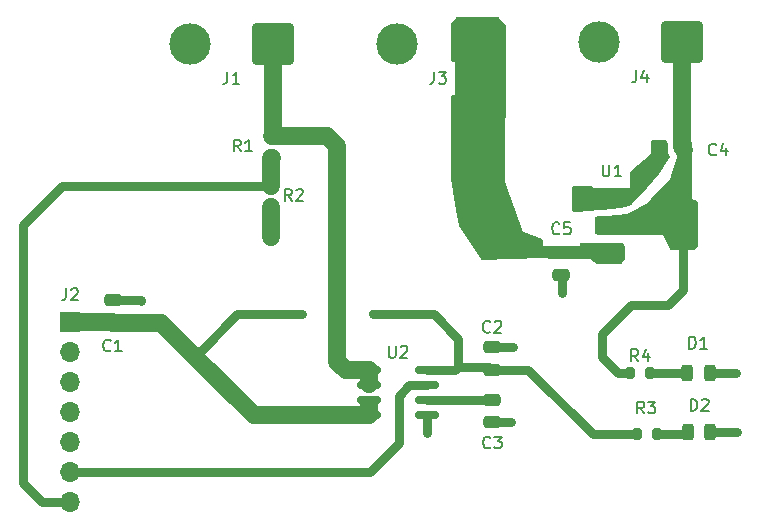
<source format=gbr>
%TF.GenerationSoftware,KiCad,Pcbnew,(6.0.7)*%
%TF.CreationDate,2023-02-23T14:58:51+03:00*%
%TF.ProjectId,Omarichet EPS Stack,4f6d6172-6963-4686-9574-204550532053,rev?*%
%TF.SameCoordinates,Original*%
%TF.FileFunction,Copper,L1,Top*%
%TF.FilePolarity,Positive*%
%FSLAX46Y46*%
G04 Gerber Fmt 4.6, Leading zero omitted, Abs format (unit mm)*
G04 Created by KiCad (PCBNEW (6.0.7)) date 2023-02-23 14:58:51*
%MOMM*%
%LPD*%
G01*
G04 APERTURE LIST*
G04 Aperture macros list*
%AMRoundRect*
0 Rectangle with rounded corners*
0 $1 Rounding radius*
0 $2 $3 $4 $5 $6 $7 $8 $9 X,Y pos of 4 corners*
0 Add a 4 corners polygon primitive as box body*
4,1,4,$2,$3,$4,$5,$6,$7,$8,$9,$2,$3,0*
0 Add four circle primitives for the rounded corners*
1,1,$1+$1,$2,$3*
1,1,$1+$1,$4,$5*
1,1,$1+$1,$6,$7*
1,1,$1+$1,$8,$9*
0 Add four rect primitives between the rounded corners*
20,1,$1+$1,$2,$3,$4,$5,0*
20,1,$1+$1,$4,$5,$6,$7,0*
20,1,$1+$1,$6,$7,$8,$9,0*
20,1,$1+$1,$8,$9,$2,$3,0*%
G04 Aperture macros list end*
%ADD10C,0.150000*%
%TA.AperFunction,NonConductor*%
%ADD11C,0.150000*%
%TD*%
%TA.AperFunction,ComponentPad*%
%ADD12RoundRect,0.250002X1.499998X1.499998X-1.499998X1.499998X-1.499998X-1.499998X1.499998X-1.499998X0*%
%TD*%
%TA.AperFunction,ComponentPad*%
%ADD13C,3.500000*%
%TD*%
%TA.AperFunction,ComponentPad*%
%ADD14R,1.700000X1.700000*%
%TD*%
%TA.AperFunction,ComponentPad*%
%ADD15O,1.700000X1.700000*%
%TD*%
%TA.AperFunction,SMDPad,CuDef*%
%ADD16RoundRect,0.250000X-0.475000X0.250000X-0.475000X-0.250000X0.475000X-0.250000X0.475000X0.250000X0*%
%TD*%
%TA.AperFunction,SMDPad,CuDef*%
%ADD17R,2.000000X1.500000*%
%TD*%
%TA.AperFunction,SMDPad,CuDef*%
%ADD18R,2.000000X3.800000*%
%TD*%
%TA.AperFunction,SMDPad,CuDef*%
%ADD19RoundRect,0.243750X0.243750X0.456250X-0.243750X0.456250X-0.243750X-0.456250X0.243750X-0.456250X0*%
%TD*%
%TA.AperFunction,SMDPad,CuDef*%
%ADD20RoundRect,0.150000X-0.825000X-0.150000X0.825000X-0.150000X0.825000X0.150000X-0.825000X0.150000X0*%
%TD*%
%TA.AperFunction,SMDPad,CuDef*%
%ADD21RoundRect,0.250000X0.250000X0.475000X-0.250000X0.475000X-0.250000X-0.475000X0.250000X-0.475000X0*%
%TD*%
%TA.AperFunction,SMDPad,CuDef*%
%ADD22RoundRect,0.200000X-0.275000X0.200000X-0.275000X-0.200000X0.275000X-0.200000X0.275000X0.200000X0*%
%TD*%
%TA.AperFunction,SMDPad,CuDef*%
%ADD23RoundRect,0.200000X-0.200000X-0.275000X0.200000X-0.275000X0.200000X0.275000X-0.200000X0.275000X0*%
%TD*%
%TA.AperFunction,ViaPad*%
%ADD24C,0.700000*%
%TD*%
%TA.AperFunction,Conductor*%
%ADD25C,1.500000*%
%TD*%
%TA.AperFunction,Conductor*%
%ADD26C,0.800000*%
%TD*%
G04 APERTURE END LIST*
D10*
%TO.C,J1*%
D11*
X116056666Y-73032380D02*
X116056666Y-73746666D01*
X116009047Y-73889523D01*
X115913809Y-73984761D01*
X115770952Y-74032380D01*
X115675714Y-74032380D01*
X117056666Y-74032380D02*
X116485238Y-74032380D01*
X116770952Y-74032380D02*
X116770952Y-73032380D01*
X116675714Y-73175238D01*
X116580476Y-73270476D01*
X116485238Y-73318095D01*
D10*
%TO.C,J2*%
D11*
X102386666Y-91367380D02*
X102386666Y-92081666D01*
X102339047Y-92224523D01*
X102243809Y-92319761D01*
X102100952Y-92367380D01*
X102005714Y-92367380D01*
X102815238Y-91462619D02*
X102862857Y-91415000D01*
X102958095Y-91367380D01*
X103196190Y-91367380D01*
X103291428Y-91415000D01*
X103339047Y-91462619D01*
X103386666Y-91557857D01*
X103386666Y-91653095D01*
X103339047Y-91795952D01*
X102767619Y-92367380D01*
X103386666Y-92367380D01*
D10*
%TO.C,C3*%
D11*
X138313333Y-104807142D02*
X138265714Y-104854761D01*
X138122857Y-104902380D01*
X138027619Y-104902380D01*
X137884761Y-104854761D01*
X137789523Y-104759523D01*
X137741904Y-104664285D01*
X137694285Y-104473809D01*
X137694285Y-104330952D01*
X137741904Y-104140476D01*
X137789523Y-104045238D01*
X137884761Y-103950000D01*
X138027619Y-103902380D01*
X138122857Y-103902380D01*
X138265714Y-103950000D01*
X138313333Y-103997619D01*
X138646666Y-103902380D02*
X139265714Y-103902380D01*
X138932380Y-104283333D01*
X139075238Y-104283333D01*
X139170476Y-104330952D01*
X139218095Y-104378571D01*
X139265714Y-104473809D01*
X139265714Y-104711904D01*
X139218095Y-104807142D01*
X139170476Y-104854761D01*
X139075238Y-104902380D01*
X138789523Y-104902380D01*
X138694285Y-104854761D01*
X138646666Y-104807142D01*
D10*
%TO.C,U1*%
D11*
X147828095Y-80872380D02*
X147828095Y-81681904D01*
X147875714Y-81777142D01*
X147923333Y-81824761D01*
X148018571Y-81872380D01*
X148209047Y-81872380D01*
X148304285Y-81824761D01*
X148351904Y-81777142D01*
X148399523Y-81681904D01*
X148399523Y-80872380D01*
X149399523Y-81872380D02*
X148828095Y-81872380D01*
X149113809Y-81872380D02*
X149113809Y-80872380D01*
X149018571Y-81015238D01*
X148923333Y-81110476D01*
X148828095Y-81158095D01*
D10*
%TO.C,D1*%
D11*
X155136904Y-96452380D02*
X155136904Y-95452380D01*
X155375000Y-95452380D01*
X155517857Y-95500000D01*
X155613095Y-95595238D01*
X155660714Y-95690476D01*
X155708333Y-95880952D01*
X155708333Y-96023809D01*
X155660714Y-96214285D01*
X155613095Y-96309523D01*
X155517857Y-96404761D01*
X155375000Y-96452380D01*
X155136904Y-96452380D01*
X156660714Y-96452380D02*
X156089285Y-96452380D01*
X156375000Y-96452380D02*
X156375000Y-95452380D01*
X156279761Y-95595238D01*
X156184523Y-95690476D01*
X156089285Y-95738095D01*
D10*
%TO.C,C5*%
D11*
X144163333Y-86687142D02*
X144115714Y-86734761D01*
X143972857Y-86782380D01*
X143877619Y-86782380D01*
X143734761Y-86734761D01*
X143639523Y-86639523D01*
X143591904Y-86544285D01*
X143544285Y-86353809D01*
X143544285Y-86210952D01*
X143591904Y-86020476D01*
X143639523Y-85925238D01*
X143734761Y-85830000D01*
X143877619Y-85782380D01*
X143972857Y-85782380D01*
X144115714Y-85830000D01*
X144163333Y-85877619D01*
X145068095Y-85782380D02*
X144591904Y-85782380D01*
X144544285Y-86258571D01*
X144591904Y-86210952D01*
X144687142Y-86163333D01*
X144925238Y-86163333D01*
X145020476Y-86210952D01*
X145068095Y-86258571D01*
X145115714Y-86353809D01*
X145115714Y-86591904D01*
X145068095Y-86687142D01*
X145020476Y-86734761D01*
X144925238Y-86782380D01*
X144687142Y-86782380D01*
X144591904Y-86734761D01*
X144544285Y-86687142D01*
D10*
%TO.C,C1*%
D11*
X106163333Y-96607142D02*
X106115714Y-96654761D01*
X105972857Y-96702380D01*
X105877619Y-96702380D01*
X105734761Y-96654761D01*
X105639523Y-96559523D01*
X105591904Y-96464285D01*
X105544285Y-96273809D01*
X105544285Y-96130952D01*
X105591904Y-95940476D01*
X105639523Y-95845238D01*
X105734761Y-95750000D01*
X105877619Y-95702380D01*
X105972857Y-95702380D01*
X106115714Y-95750000D01*
X106163333Y-95797619D01*
X107115714Y-96702380D02*
X106544285Y-96702380D01*
X106830000Y-96702380D02*
X106830000Y-95702380D01*
X106734761Y-95845238D01*
X106639523Y-95940476D01*
X106544285Y-95988095D01*
D10*
%TO.C,U2*%
D11*
X129718095Y-96232380D02*
X129718095Y-97041904D01*
X129765714Y-97137142D01*
X129813333Y-97184761D01*
X129908571Y-97232380D01*
X130099047Y-97232380D01*
X130194285Y-97184761D01*
X130241904Y-97137142D01*
X130289523Y-97041904D01*
X130289523Y-96232380D01*
X130718095Y-96327619D02*
X130765714Y-96280000D01*
X130860952Y-96232380D01*
X131099047Y-96232380D01*
X131194285Y-96280000D01*
X131241904Y-96327619D01*
X131289523Y-96422857D01*
X131289523Y-96518095D01*
X131241904Y-96660952D01*
X130670476Y-97232380D01*
X131289523Y-97232380D01*
D10*
%TO.C,C4*%
D11*
X157433333Y-80007142D02*
X157385714Y-80054761D01*
X157242857Y-80102380D01*
X157147619Y-80102380D01*
X157004761Y-80054761D01*
X156909523Y-79959523D01*
X156861904Y-79864285D01*
X156814285Y-79673809D01*
X156814285Y-79530952D01*
X156861904Y-79340476D01*
X156909523Y-79245238D01*
X157004761Y-79150000D01*
X157147619Y-79102380D01*
X157242857Y-79102380D01*
X157385714Y-79150000D01*
X157433333Y-79197619D01*
X158290476Y-79435714D02*
X158290476Y-80102380D01*
X158052380Y-79054761D02*
X157814285Y-79769047D01*
X158433333Y-79769047D01*
D10*
%TO.C,D2*%
D11*
X155261904Y-101732380D02*
X155261904Y-100732380D01*
X155500000Y-100732380D01*
X155642857Y-100780000D01*
X155738095Y-100875238D01*
X155785714Y-100970476D01*
X155833333Y-101160952D01*
X155833333Y-101303809D01*
X155785714Y-101494285D01*
X155738095Y-101589523D01*
X155642857Y-101684761D01*
X155500000Y-101732380D01*
X155261904Y-101732380D01*
X156214285Y-100827619D02*
X156261904Y-100780000D01*
X156357142Y-100732380D01*
X156595238Y-100732380D01*
X156690476Y-100780000D01*
X156738095Y-100827619D01*
X156785714Y-100922857D01*
X156785714Y-101018095D01*
X156738095Y-101160952D01*
X156166666Y-101732380D01*
X156785714Y-101732380D01*
D10*
%TO.C,R1*%
D11*
X117181333Y-79767380D02*
X116848000Y-79291190D01*
X116609904Y-79767380D02*
X116609904Y-78767380D01*
X116990857Y-78767380D01*
X117086095Y-78815000D01*
X117133714Y-78862619D01*
X117181333Y-78957857D01*
X117181333Y-79100714D01*
X117133714Y-79195952D01*
X117086095Y-79243571D01*
X116990857Y-79291190D01*
X116609904Y-79291190D01*
X118133714Y-79767380D02*
X117562285Y-79767380D01*
X117848000Y-79767380D02*
X117848000Y-78767380D01*
X117752761Y-78910238D01*
X117657523Y-79005476D01*
X117562285Y-79053095D01*
D10*
%TO.C,R3*%
D11*
X151333333Y-101952380D02*
X151000000Y-101476190D01*
X150761904Y-101952380D02*
X150761904Y-100952380D01*
X151142857Y-100952380D01*
X151238095Y-101000000D01*
X151285714Y-101047619D01*
X151333333Y-101142857D01*
X151333333Y-101285714D01*
X151285714Y-101380952D01*
X151238095Y-101428571D01*
X151142857Y-101476190D01*
X150761904Y-101476190D01*
X151666666Y-100952380D02*
X152285714Y-100952380D01*
X151952380Y-101333333D01*
X152095238Y-101333333D01*
X152190476Y-101380952D01*
X152238095Y-101428571D01*
X152285714Y-101523809D01*
X152285714Y-101761904D01*
X152238095Y-101857142D01*
X152190476Y-101904761D01*
X152095238Y-101952380D01*
X151809523Y-101952380D01*
X151714285Y-101904761D01*
X151666666Y-101857142D01*
D10*
%TO.C,R4*%
D11*
X150833333Y-97522380D02*
X150500000Y-97046190D01*
X150261904Y-97522380D02*
X150261904Y-96522380D01*
X150642857Y-96522380D01*
X150738095Y-96570000D01*
X150785714Y-96617619D01*
X150833333Y-96712857D01*
X150833333Y-96855714D01*
X150785714Y-96950952D01*
X150738095Y-96998571D01*
X150642857Y-97046190D01*
X150261904Y-97046190D01*
X151690476Y-96855714D02*
X151690476Y-97522380D01*
X151452380Y-96474761D02*
X151214285Y-97189047D01*
X151833333Y-97189047D01*
D10*
%TO.C,J4*%
D11*
X150666666Y-72902380D02*
X150666666Y-73616666D01*
X150619047Y-73759523D01*
X150523809Y-73854761D01*
X150380952Y-73902380D01*
X150285714Y-73902380D01*
X151571428Y-73235714D02*
X151571428Y-73902380D01*
X151333333Y-72854761D02*
X151095238Y-73569047D01*
X151714285Y-73569047D01*
D10*
%TO.C,R2*%
D11*
X121493333Y-83947380D02*
X121160000Y-83471190D01*
X120921904Y-83947380D02*
X120921904Y-82947380D01*
X121302857Y-82947380D01*
X121398095Y-82995000D01*
X121445714Y-83042619D01*
X121493333Y-83137857D01*
X121493333Y-83280714D01*
X121445714Y-83375952D01*
X121398095Y-83423571D01*
X121302857Y-83471190D01*
X120921904Y-83471190D01*
X121874285Y-83042619D02*
X121921904Y-82995000D01*
X122017142Y-82947380D01*
X122255238Y-82947380D01*
X122350476Y-82995000D01*
X122398095Y-83042619D01*
X122445714Y-83137857D01*
X122445714Y-83233095D01*
X122398095Y-83375952D01*
X121826666Y-83947380D01*
X122445714Y-83947380D01*
D10*
%TO.C,C2*%
D11*
X138293333Y-95017142D02*
X138245714Y-95064761D01*
X138102857Y-95112380D01*
X138007619Y-95112380D01*
X137864761Y-95064761D01*
X137769523Y-94969523D01*
X137721904Y-94874285D01*
X137674285Y-94683809D01*
X137674285Y-94540952D01*
X137721904Y-94350476D01*
X137769523Y-94255238D01*
X137864761Y-94160000D01*
X138007619Y-94112380D01*
X138102857Y-94112380D01*
X138245714Y-94160000D01*
X138293333Y-94207619D01*
X138674285Y-94207619D02*
X138721904Y-94160000D01*
X138817142Y-94112380D01*
X139055238Y-94112380D01*
X139150476Y-94160000D01*
X139198095Y-94207619D01*
X139245714Y-94302857D01*
X139245714Y-94398095D01*
X139198095Y-94540952D01*
X138626666Y-95112380D01*
X139245714Y-95112380D01*
D10*
%TO.C,J3*%
D11*
X133546666Y-73032380D02*
X133546666Y-73746666D01*
X133499047Y-73889523D01*
X133403809Y-73984761D01*
X133260952Y-74032380D01*
X133165714Y-74032380D01*
X133927619Y-73032380D02*
X134546666Y-73032380D01*
X134213333Y-73413333D01*
X134356190Y-73413333D01*
X134451428Y-73460952D01*
X134499047Y-73508571D01*
X134546666Y-73603809D01*
X134546666Y-73841904D01*
X134499047Y-73937142D01*
X134451428Y-73984761D01*
X134356190Y-74032380D01*
X134070476Y-74032380D01*
X133975238Y-73984761D01*
X133927619Y-73937142D01*
%TD*%
D12*
%TO.P,J1,1,Pin_1*%
%TO.N,IP+*%
X119890000Y-70630000D03*
D13*
%TO.P,J1,2,Pin_2*%
%TO.N,GND*%
X112890000Y-70630000D03*
%TD*%
D14*
%TO.P,J2,1,Pin_1*%
%TO.N,IP-*%
X102720000Y-94245000D03*
D15*
%TO.P,J2,2,Pin_2*%
%TO.N,GND*%
X102720000Y-96785000D03*
%TO.P,J2,3,Pin_3*%
%TO.N,unconnected-(J2-Pad3)*%
X102720000Y-99325000D03*
%TO.P,J2,4,Pin_4*%
%TO.N,unconnected-(J2-Pad4)*%
X102720000Y-101865000D03*
%TO.P,J2,5,Pin_5*%
%TO.N,unconnected-(J2-Pad5)*%
X102720000Y-104405000D03*
%TO.P,J2,6,Pin_6*%
%TO.N,CH5*%
X102720000Y-106945000D03*
%TO.P,J2,7,Pin_7*%
%TO.N,CH4*%
X102720000Y-109485000D03*
%TD*%
D16*
%TO.P,C3,1*%
%TO.N,Net-(C3-Pad1)*%
X138480000Y-100790000D03*
%TO.P,C3,2*%
%TO.N,GND*%
X138480000Y-102690000D03*
%TD*%
D17*
%TO.P,U1,1,GND*%
%TO.N,GND*%
X148350000Y-83700000D03*
D18*
%TO.P,U1,2,VO*%
%TO.N,SOL_out*%
X154650000Y-86000000D03*
D17*
X148350000Y-86000000D03*
%TO.P,U1,3,VI*%
%TO.N,SOL_in*%
X148350000Y-88300000D03*
%TD*%
D19*
%TO.P,D1,1,K*%
%TO.N,GND*%
X156875000Y-98500000D03*
%TO.P,D1,2,A*%
%TO.N,Net-(D1-Pad2)*%
X155000000Y-98500000D03*
%TD*%
D16*
%TO.P,C5,1*%
%TO.N,SOL_in*%
X144330000Y-88330000D03*
%TO.P,C5,2*%
%TO.N,GND*%
X144330000Y-90230000D03*
%TD*%
%TO.P,C1,1*%
%TO.N,GND*%
X106330000Y-92360000D03*
%TO.P,C1,2*%
%TO.N,IP-*%
X106330000Y-94260000D03*
%TD*%
D20*
%TO.P,U2,1,IP+*%
%TO.N,IP+*%
X128005000Y-98275000D03*
%TO.P,U2,2,IP+*%
X128005000Y-99545000D03*
%TO.P,U2,3,IP-*%
%TO.N,IP-*%
X128005000Y-100815000D03*
%TO.P,U2,4,IP-*%
X128005000Y-102085000D03*
%TO.P,U2,5,GND*%
%TO.N,GND*%
X132955000Y-102085000D03*
%TO.P,U2,6,FILTER*%
%TO.N,Net-(C3-Pad1)*%
X132955000Y-100815000D03*
%TO.P,U2,7,VIOUT*%
%TO.N,CH5*%
X132955000Y-99545000D03*
%TO.P,U2,8,VCC*%
%TO.N,IP-*%
X132955000Y-98275000D03*
%TD*%
D21*
%TO.P,C4,1*%
%TO.N,SOL_out*%
X154740000Y-79610000D03*
%TO.P,C4,2*%
%TO.N,GND*%
X152840000Y-79610000D03*
%TD*%
D19*
%TO.P,D2,1,K*%
%TO.N,GND*%
X156937500Y-103500000D03*
%TO.P,D2,2,A*%
%TO.N,Net-(D2-Pad2)*%
X155062500Y-103500000D03*
%TD*%
D22*
%TO.P,R1,1*%
%TO.N,IP+*%
X119790000Y-78490000D03*
%TO.P,R1,2*%
%TO.N,CH4*%
X119790000Y-80140000D03*
%TD*%
D23*
%TO.P,R3,1*%
%TO.N,IP-*%
X150770000Y-103720000D03*
%TO.P,R3,2*%
%TO.N,Net-(D2-Pad2)*%
X152420000Y-103720000D03*
%TD*%
%TO.P,R4,1*%
%TO.N,SOL_out*%
X150175000Y-98500000D03*
%TO.P,R4,2*%
%TO.N,Net-(D1-Pad2)*%
X151825000Y-98500000D03*
%TD*%
D12*
%TO.P,J4,1,Pin_1*%
%TO.N,SOL_out*%
X154500000Y-70500000D03*
D13*
%TO.P,J4,2,Pin_2*%
%TO.N,GND*%
X147500000Y-70500000D03*
%TD*%
D22*
%TO.P,R2,1*%
%TO.N,CH4*%
X119770000Y-82675000D03*
%TO.P,R2,2*%
%TO.N,GND*%
X119770000Y-84325000D03*
%TD*%
D16*
%TO.P,C2,1*%
%TO.N,GND*%
X138480000Y-96350000D03*
%TO.P,C2,2*%
%TO.N,IP-*%
X138480000Y-98250000D03*
%TD*%
D12*
%TO.P,J3,1,Pin_1*%
%TO.N,SOL_in*%
X137380000Y-70630000D03*
D13*
%TO.P,J3,2,Pin_2*%
%TO.N,GND*%
X130380000Y-70630000D03*
%TD*%
D24*
%TO.N,GND*%
X159180000Y-103540000D03*
X144370000Y-91780000D03*
X140100000Y-102670000D03*
X145920000Y-84260000D03*
X140200000Y-96350000D03*
X132960000Y-103610000D03*
X159130000Y-98550000D03*
X119770000Y-86980000D03*
X145930000Y-83060000D03*
X108750000Y-92410000D03*
%TO.N,IP-*%
X122380000Y-93570000D03*
X128420000Y-93550000D03*
%TD*%
D25*
%TO.N,GND*%
X119770000Y-86980000D02*
X119770000Y-84475000D01*
D26*
X140200000Y-96350000D02*
X138480000Y-96350000D01*
X144370000Y-91780000D02*
X144370000Y-90270000D01*
X132955000Y-103605000D02*
X132960000Y-103610000D01*
X144370000Y-90270000D02*
X144330000Y-90230000D01*
X140080000Y-102690000D02*
X140100000Y-102670000D01*
X156937500Y-103500000D02*
X159140000Y-103500000D01*
X106330000Y-92360000D02*
X108700000Y-92360000D01*
X108700000Y-92360000D02*
X108750000Y-92410000D01*
X132955000Y-102085000D02*
X132955000Y-103605000D01*
X138480000Y-102690000D02*
X140080000Y-102690000D01*
X159080000Y-98500000D02*
X159130000Y-98550000D01*
X156875000Y-98500000D02*
X159080000Y-98500000D01*
X159140000Y-103500000D02*
X159180000Y-103540000D01*
D25*
%TO.N,IP-*%
X128005000Y-102085000D02*
X128005000Y-101265000D01*
D26*
X138230000Y-98000000D02*
X138480000Y-98250000D01*
X132955000Y-98275000D02*
X132990000Y-98310000D01*
X132990000Y-98310000D02*
X135300000Y-98310000D01*
D25*
X112800000Y-96620000D02*
X118265000Y-102085000D01*
D26*
X135300000Y-98310000D02*
X135610000Y-98000000D01*
X116880000Y-93570000D02*
X113830000Y-96620000D01*
X135610000Y-95650000D02*
X133510000Y-93550000D01*
X113830000Y-96620000D02*
X112800000Y-96620000D01*
X135610000Y-98000000D02*
X135610000Y-95650000D01*
D25*
X102720000Y-94245000D02*
X106315000Y-94245000D01*
D26*
X138480000Y-98250000D02*
X141520000Y-98250000D01*
D25*
X118265000Y-102085000D02*
X128005000Y-102085000D01*
X110440000Y-94260000D02*
X112800000Y-96620000D01*
D26*
X122380000Y-93570000D02*
X116880000Y-93570000D01*
D25*
X106330000Y-94260000D02*
X110440000Y-94260000D01*
X106315000Y-94245000D02*
X106330000Y-94260000D01*
D26*
X146990000Y-103720000D02*
X150770000Y-103720000D01*
X141520000Y-98250000D02*
X146990000Y-103720000D01*
X133510000Y-93550000D02*
X128420000Y-93550000D01*
X135610000Y-98000000D02*
X138230000Y-98000000D01*
%TO.N,SOL_out*%
X154650000Y-91510000D02*
X154650000Y-86000000D01*
X150220000Y-92780000D02*
X153380000Y-92780000D01*
X147800000Y-97210000D02*
X147800000Y-95200000D01*
X150175000Y-98500000D02*
X149090000Y-98500000D01*
X149090000Y-98500000D02*
X147800000Y-97210000D01*
X147800000Y-95200000D02*
X150220000Y-92780000D01*
D25*
X154500000Y-70500000D02*
X154500000Y-79370000D01*
D26*
X153380000Y-92780000D02*
X154650000Y-91510000D01*
D25*
X154500000Y-79370000D02*
X154740000Y-79610000D01*
%TO.N,IP+*%
X119890000Y-70630000D02*
X119890000Y-78390000D01*
X125370000Y-97540000D02*
X125350000Y-97560000D01*
X126065000Y-98275000D02*
X128005000Y-98275000D01*
X125350000Y-97560000D02*
X126065000Y-98275000D01*
X125370000Y-79340000D02*
X125370000Y-97540000D01*
X119790000Y-78490000D02*
X124520000Y-78490000D01*
X124520000Y-78490000D02*
X125370000Y-79340000D01*
X128005000Y-98275000D02*
X128005000Y-99465000D01*
X119890000Y-78390000D02*
X119790000Y-78490000D01*
D26*
%TO.N,Net-(D2-Pad2)*%
X152420000Y-103720000D02*
X154842500Y-103720000D01*
X154842500Y-103720000D02*
X155062500Y-103500000D01*
%TO.N,CH5*%
X132955000Y-99545000D02*
X131455000Y-99545000D01*
X131455000Y-99545000D02*
X130550000Y-100450000D01*
X128095000Y-106945000D02*
X130550000Y-104490000D01*
X102720000Y-106945000D02*
X128095000Y-106945000D01*
X130550000Y-100450000D02*
X130550000Y-104490000D01*
%TO.N,CH4*%
X98730000Y-85970000D02*
X98730000Y-107830000D01*
X102025000Y-82675000D02*
X98730000Y-85970000D01*
D25*
X119770000Y-82675000D02*
X119770000Y-80290000D01*
D26*
X119770000Y-82675000D02*
X102025000Y-82675000D01*
D25*
X119770000Y-80290000D02*
X119790000Y-80290000D01*
D26*
X100385000Y-109485000D02*
X102720000Y-109485000D01*
X98730000Y-107830000D02*
X100385000Y-109485000D01*
%TO.N,Net-(C3-Pad1)*%
X138455000Y-100815000D02*
X138480000Y-100790000D01*
X132955000Y-100815000D02*
X138455000Y-100815000D01*
%TO.N,Net-(D1-Pad2)*%
X155000000Y-98500000D02*
X151825000Y-98500000D01*
%TD*%
%TA.AperFunction,Conductor*%
%TO.N,GND*%
G36*
X153191621Y-78810002D02*
G01*
X153238114Y-78863658D01*
X153249500Y-78916000D01*
X153249500Y-79279138D01*
X153248422Y-79295585D01*
X153245547Y-79317422D01*
X153245812Y-79323034D01*
X153249360Y-79398271D01*
X153249500Y-79404207D01*
X153249500Y-79426630D01*
X153249750Y-79429428D01*
X153251804Y-79452452D01*
X153252163Y-79457713D01*
X153256063Y-79540398D01*
X153257314Y-79545861D01*
X153257315Y-79545867D01*
X153260028Y-79557711D01*
X153262710Y-79574645D01*
X153264289Y-79592339D01*
X153265771Y-79597755D01*
X153265771Y-79597757D01*
X153286131Y-79672181D01*
X153287417Y-79677299D01*
X153305897Y-79757987D01*
X153308095Y-79763141D01*
X153308099Y-79763152D01*
X153312866Y-79774326D01*
X153318505Y-79790516D01*
X153323192Y-79807651D01*
X153358835Y-79882377D01*
X153360993Y-79887157D01*
X153393476Y-79963313D01*
X153403236Y-79978171D01*
X153411642Y-79993091D01*
X153419292Y-80009129D01*
X153422563Y-80013682D01*
X153422566Y-80013686D01*
X153467589Y-80076341D01*
X153470578Y-80080689D01*
X153493424Y-80115468D01*
X153514107Y-80183385D01*
X153495965Y-80249792D01*
X152626166Y-81689792D01*
X152612024Y-81708874D01*
X151597129Y-82838000D01*
X150333857Y-84243458D01*
X150275770Y-84280089D01*
X149371740Y-84546540D01*
X149347811Y-84551135D01*
X147739527Y-84700926D01*
X147321792Y-84739833D01*
X147318215Y-84740115D01*
X146813344Y-84772671D01*
X145362835Y-84866207D01*
X145293570Y-84850630D01*
X145243720Y-84800077D01*
X145228728Y-84740389D01*
X145229922Y-82825342D01*
X145249967Y-82757234D01*
X145303651Y-82710775D01*
X145355339Y-82699422D01*
X146887922Y-82692360D01*
X146956132Y-82712047D01*
X147002871Y-82765488D01*
X147014500Y-82818358D01*
X147014500Y-82838000D01*
X150165500Y-82838000D01*
X150165500Y-81486775D01*
X150185502Y-81418654D01*
X150212281Y-81388794D01*
X151930000Y-80000000D01*
X151921050Y-78917041D01*
X151940489Y-78848758D01*
X151993758Y-78801823D01*
X152047046Y-78790000D01*
X153123500Y-78790000D01*
X153191621Y-78810002D01*
G37*
%TD.AperFunction*%
%TD*%
%TA.AperFunction,Conductor*%
%TO.N,SOL_in*%
G36*
X139024091Y-68410002D02*
G01*
X139047246Y-68429140D01*
X139565276Y-68973510D01*
X139597747Y-69036647D01*
X139600000Y-69060370D01*
X139600000Y-71799787D01*
X139599999Y-71800264D01*
X139561136Y-82060205D01*
X139560000Y-82360000D01*
X141120000Y-86620000D01*
X141128822Y-86623229D01*
X141128823Y-86623229D01*
X142695611Y-87196607D01*
X142752709Y-87238802D01*
X142777930Y-87305168D01*
X142778309Y-87314933D01*
X142778309Y-87748000D01*
X145881690Y-87748000D01*
X145881690Y-87621222D01*
X145901692Y-87553101D01*
X145955348Y-87506608D01*
X146008536Y-87495225D01*
X146175006Y-87496342D01*
X146719815Y-87499999D01*
X146719878Y-87499999D01*
X146720000Y-87500000D01*
X149395165Y-87500000D01*
X149463286Y-87520002D01*
X149474756Y-87528320D01*
X149588773Y-87621222D01*
X149663591Y-87682185D01*
X149703766Y-87740722D01*
X149710000Y-87779865D01*
X149710000Y-88822995D01*
X149689988Y-88891130D01*
X149672196Y-88918806D01*
X149477199Y-89222135D01*
X149423537Y-89268621D01*
X149371211Y-89280000D01*
X147377352Y-89280000D01*
X147308683Y-89259644D01*
X146755213Y-88899888D01*
X146755212Y-88899888D01*
X146740000Y-88890000D01*
X146721858Y-88889922D01*
X146721856Y-88889922D01*
X145174072Y-88883308D01*
X144400000Y-88880000D01*
X143713188Y-88880000D01*
X143706832Y-88879840D01*
X142720000Y-88830000D01*
X142717864Y-88830037D01*
X142717861Y-88830037D01*
X137598835Y-88918806D01*
X137530377Y-88899988D01*
X137491812Y-88862717D01*
X135645090Y-86092635D01*
X135625593Y-86043156D01*
X135407620Y-84715506D01*
X134971675Y-82060200D01*
X134970010Y-82039665D01*
X134976975Y-75123873D01*
X134997046Y-75055773D01*
X135050748Y-75009334D01*
X135102975Y-74998000D01*
X135312643Y-74998000D01*
X135312643Y-72162000D01*
X135105528Y-72162000D01*
X135037407Y-72141998D01*
X134990914Y-72088342D01*
X134979531Y-72036808D01*
X134960272Y-69032449D01*
X134979837Y-68964201D01*
X134985469Y-68956041D01*
X135372200Y-68440400D01*
X135429074Y-68397905D01*
X135473000Y-68390000D01*
X138955970Y-68390000D01*
X139024091Y-68410002D01*
G37*
%TD.AperFunction*%
%TD*%
%TA.AperFunction,Conductor*%
%TO.N,SOL_out*%
G36*
X155216781Y-78760002D02*
G01*
X155256703Y-78801172D01*
X155351718Y-78959531D01*
X155369668Y-79025534D01*
X155360000Y-80060000D01*
X155360004Y-80060531D01*
X155360004Y-80060581D01*
X155369996Y-81359480D01*
X155370000Y-81360449D01*
X155370000Y-83790000D01*
X155388252Y-83797301D01*
X155791017Y-83958407D01*
X155846837Y-84002278D01*
X155870222Y-84075066D01*
X155877456Y-86852992D01*
X155879864Y-87777618D01*
X155860039Y-87845790D01*
X155842959Y-87867041D01*
X155646905Y-88063095D01*
X155584593Y-88097121D01*
X155557810Y-88100000D01*
X153663268Y-88100000D01*
X153595147Y-88079998D01*
X153553760Y-88036322D01*
X153457422Y-87867041D01*
X152890000Y-86870000D01*
X152874838Y-86869952D01*
X152874837Y-86869952D01*
X147509961Y-86853083D01*
X147454772Y-86840161D01*
X147260410Y-86744613D01*
X147208104Y-86696613D01*
X147190000Y-86631540D01*
X147190000Y-85425795D01*
X147210002Y-85357674D01*
X147263658Y-85311181D01*
X147305381Y-85300244D01*
X149910000Y-85080000D01*
X151620000Y-84110000D01*
X151928394Y-83790000D01*
X153470018Y-82190358D01*
X153470019Y-82190357D01*
X153480000Y-82180000D01*
X153484418Y-82166312D01*
X153484419Y-82166310D01*
X153770137Y-81281052D01*
X154090000Y-80290000D01*
X154090000Y-79011511D01*
X154110002Y-78943390D01*
X154114674Y-78936618D01*
X154222225Y-78791107D01*
X154278800Y-78748215D01*
X154323551Y-78740000D01*
X155148660Y-78740000D01*
X155216781Y-78760002D01*
G37*
%TD.AperFunction*%
%TD*%
M02*

</source>
